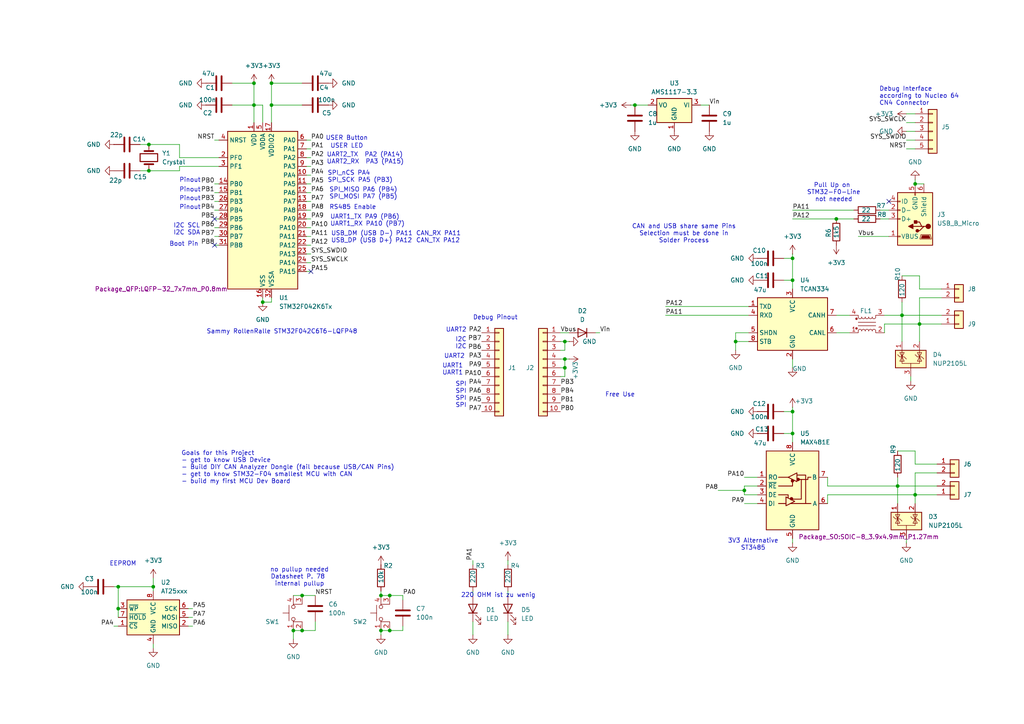
<source format=kicad_sch>
(kicad_sch (version 20231120) (generator "eeschema") (generator_version "8.0")
  (paper "A4")
  (title_block (date "2024-05-23") (rev "v.0.2"))
  (lib_symbols
    (symbol "Connector:USB_B_Micro" (pin_names (offset 1.016))
      (property "Reference" "J" (at -5.08 11.43 0))
      (property "Value" "USB_B_Micro" (at -5.08 8.89 0))
      (symbol "USB_B_Micro_1_1"
        (pin power_out line (at 7.62 5.08 180) (length 2.54) (name "VBUS") (number "1"))
        (pin bidirectional line (at 7.62 -2.54 180) (length 2.54) (name "D-") (number "2"))
        (pin bidirectional line (at 7.62 0 180) (length 2.54) (name "D+") (number "3"))
        (pin passive line (at 7.62 -5.08 180) (length 2.54) (name "ID") (number "4"))
        (pin power_out line (at 0 -10.16 90) (length 2.54) (name "GND") (number "5"))
        (pin passive line (at -2.54 -10.16 90) (length 2.54) (name "Shield") (number "6"))
      )
    )
    (symbol "Connector_Generic:Conn_01x02" (pin_names (offset 1.016) hide)
      (property "Reference" "J" (at 0 2.54 0))
      (property "Value" "Conn_01x02" (at 0 -5.08 0))
      (symbol "Conn_01x02_1_1"
        (pin passive line (at -5.08 0 0) (length 3.81) (name "Pin_1") (number "1"))
        (pin passive line (at -5.08 -2.54 0) (length 3.81) (name "Pin_2") (number "2"))
      )
    )
    (symbol "Connector_Generic:Conn_01x05" (pin_names (offset 1.016) hide)
      (property "Reference" "J" (at 0 7.62 0))
      (property "Value" "Conn_01x05" (at 0 -7.62 0))
      (symbol "Conn_01x05_1_1"
        (pin passive line (at -5.08 5.08 0) (length 3.81) (name "Pin_1") (number "1"))
        (pin passive line (at -5.08 2.54 0) (length 3.81) (name "Pin_2") (number "2"))
        (pin passive line (at -5.08 0 0) (length 3.81) (name "Pin_3") (number "3"))
        (pin passive line (at -5.08 -2.54 0) (length 3.81) (name "Pin_4") (number "4"))
        (pin passive line (at -5.08 -5.08 0) (length 3.81) (name "Pin_5") (number "5"))
      )
    )
    (symbol "Connector_Generic:Conn_01x10" (pin_names (offset 1.016) hide)
      (property "Reference" "J" (at 0 12.7 0))
      (property "Value" "Conn_01x10" (at 0 -15.24 0))
      (symbol "Conn_01x10_1_1"
        (pin passive line (at -5.08 10.16 0) (length 3.81) (name "Pin_1") (number "1"))
        (pin passive line (at -5.08 -12.7 0) (length 3.81) (name "Pin_10") (number "10"))
        (pin passive line (at -5.08 7.62 0) (length 3.81) (name "Pin_2") (number "2"))
        (pin passive line (at -5.08 5.08 0) (length 3.81) (name "Pin_3") (number "3"))
        (pin passive line (at -5.08 2.54 0) (length 3.81) (name "Pin_4") (number "4"))
        (pin passive line (at -5.08 0 0) (length 3.81) (name "Pin_5") (number "5"))
        (pin passive line (at -5.08 -2.54 0) (length 3.81) (name "Pin_6") (number "6"))
        (pin passive line (at -5.08 -5.08 0) (length 3.81) (name "Pin_7") (number "7"))
        (pin passive line (at -5.08 -7.62 0) (length 3.81) (name "Pin_8") (number "8"))
        (pin passive line (at -5.08 -10.16 0) (length 3.81) (name "Pin_9") (number "9"))
      )
    )
    (symbol "Device:C" (pin_numbers hide) (pin_names (offset 0.254))
      (property "Reference" "C" (at 0.635 2.54 0))
      (property "Value" "C" (at 0.635 -2.54 0))
      (symbol "C_1_1"
        (pin passive line (at 0 3.81 270) (length 2.794) (name "~") (number "1"))
        (pin passive line (at 0 -3.81 90) (length 2.794) (name "~") (number "2"))
      )
    )
    (symbol "Device:Crystal" (pin_numbers hide) (pin_names (offset 1.016) hide)
      (property "Reference" "Y" (at 0 3.81 0))
      (property "Value" "Crystal" (at 0 -3.81 0))
      (symbol "Crystal_1_1"
        (pin passive line (at -3.81 0 0) (length 1.27) (name "1") (number "1"))
        (pin passive line (at 3.81 0 180) (length 1.27) (name "2") (number "2"))
      )
    )
    (symbol "Device:D" (pin_numbers hide) (pin_names (offset 1.016) hide)
      (property "Reference" "D" (at 0 2.54 0))
      (property "Value" "D" (at 0 -2.54 0))
      (symbol "D_1_1"
        (pin passive line (at -3.81 0 0) (length 2.54) (name "K") (number "1"))
        (pin passive line (at 3.81 0 180) (length 2.54) (name "A") (number "2"))
      )
    )
    (symbol "Device:LED" (pin_numbers hide) (pin_names (offset 1.016) hide)
      (property "Reference" "D" (at 0 2.54 0))
      (property "Value" "LED" (at 0 -2.54 0))
      (symbol "LED_1_1"
        (pin passive line (at -3.81 0 0) (length 2.54) (name "K") (number "1"))
        (pin passive line (at 3.81 0 180) (length 2.54) (name "A") (number "2"))
      )
    )
    (symbol "Device:R" (pin_numbers hide) (pin_names (offset 0))
      (property "Reference" "R" (at 2.032 0 90))
      (property "Value" "R" (at 0 0 90))
      (symbol "R_1_1"
        (pin passive line (at 0 3.81 270) (length 1.27) (name "~") (number "1"))
        (pin passive line (at 0 -3.81 90) (length 1.27) (name "~") (number "2"))
      )
    )
    (symbol "Interface_CAN_LIN:TCAN334"
      (property "Reference" "U" (at -10.16 8.89 0))
      (property "Value" "TCAN334" (at 2.54 8.89 0))
      (symbol "TCAN334_1_1"
        (pin input line (at -12.7 5.08 0) (length 2.54) (name "TXD") (number "1"))
        (pin power_in line (at 0 -10.16 90) (length 2.54) (name "GND") (number "2"))
        (pin power_in line (at 0 10.16 270) (length 2.54) (name "VCC") (number "3"))
        (pin tri_state line (at -12.7 2.54 0) (length 2.54) (name "RXD") (number "4"))
        (pin input line (at -12.7 -2.54 0) (length 2.54) (name "SHDN") (number "5"))
        (pin bidirectional line (at 12.7 -2.54 180) (length 2.54) (name "CANL") (number "6"))
        (pin bidirectional line (at 12.7 2.54 180) (length 2.54) (name "CANH") (number "7"))
        (pin input line (at -12.7 -5.08 0) (length 2.54) (name "STB") (number "8"))
      )
    )
    (symbol "Interface_UART:MAX481E"
      (property "Reference" "U" (at -6.096 11.43 0))
      (property "Value" "MAX481E" (at 0.762 11.43 0))
      (symbol "MAX481E_1_1"
        (pin output line (at -10.16 2.54 0) (length 2.54) (name "RO") (number "1"))
        (pin input line (at -10.16 0 0) (length 2.54) (name "~{RE}") (number "2"))
        (pin input line (at -10.16 -2.54 0) (length 2.54) (name "DE") (number "3"))
        (pin input line (at -10.16 -5.08 0) (length 2.54) (name "DI") (number "4"))
        (pin power_in line (at 0 -15.24 90) (length 2.54) (name "GND") (number "5"))
        (pin bidirectional line (at 10.16 -5.08 180) (length 2.54) (name "A") (number "6"))
        (pin bidirectional line (at 10.16 2.54 180) (length 2.54) (name "B") (number "7"))
        (pin power_in line (at 0 12.7 270) (length 2.54) (name "VCC") (number "8"))
      )
    )
    (symbol "LWMB_footprints:Filter_CAN_Choke_LL_1234" (pin_names hide)
      (property "Reference" "FL" (at 0 4.445 0))
      (property "Value" "Filter_CAN_Choke_LL_1234" (at 0 -4.445 0))
      (property "Footprint" "LMWB_footprints:L_CommonModeChoke_CAN" (at 0 -6.35 0))
      (symbol "Filter_CAN_Choke_LL_1234_1_1"
        (pin passive line (at -5.08 -2.54 0) (length 2.54) (name "1") (number "1"))
        (pin passive line (at 5.08 -2.54 180) (length 2.54) (name "2") (number "2"))
        (pin passive line (at 5.08 2.54 180) (length 2.54) (name "3") (number "3"))
        (pin passive line (at -5.08 2.54 0) (length 2.54) (name "4") (number "4"))
      )
    )
    (symbol "MCU_ST_STM32F0:STM32F042K6Tx"
      (property "Reference" "U" (at -10.16 24.13 0))
      (property "Value" "STM32F042K6Tx" (at 5.08 24.13 0))
      (symbol "STM32F042K6Tx_1_1"
        (pin power_in line (at -2.54 25.4 270) (length 2.54) (name "VDD") (number "1"))
        (pin bidirectional line (at 12.7 10.16 180) (length 2.54) (name "PA4") (number "10"))
        (pin bidirectional line (at 12.7 7.62 180) (length 2.54) (name "PA5") (number "11"))
        (pin bidirectional line (at 12.7 5.08 180) (length 2.54) (name "PA6") (number "12"))
        (pin bidirectional line (at 12.7 2.54 180) (length 2.54) (name "PA7") (number "13"))
        (pin bidirectional line (at -12.7 7.62 0) (length 2.54) (name "PB0") (number "14"))
        (pin bidirectional line (at -12.7 5.08 0) (length 2.54) (name "PB1") (number "15"))
        (pin power_in line (at 0 -25.4 90) (length 2.54) (name "VSS") (number "16"))
        (pin power_in line (at 2.54 25.4 270) (length 2.54) (name "VDDIO2") (number "17"))
        (pin bidirectional line (at 12.7 0 180) (length 2.54) (name "PA8") (number "18"))
        (pin bidirectional line (at 12.7 -2.54 180) (length 2.54) (name "PA9") (number "19"))
        (pin bidirectional line (at -12.7 15.24 0) (length 2.54) (name "PF0") (number "2"))
        (pin bidirectional line (at 12.7 -5.08 180) (length 2.54) (name "PA10") (number "20"))
        (pin bidirectional line (at 12.7 -7.62 180) (length 2.54) (name "PA11") (number "21"))
        (pin bidirectional line (at 12.7 -10.16 180) (length 2.54) (name "PA12") (number "22"))
        (pin bidirectional line (at 12.7 -12.7 180) (length 2.54) (name "PA13") (number "23"))
        (pin bidirectional line (at 12.7 -15.24 180) (length 2.54) (name "PA14") (number "24"))
        (pin bidirectional line (at 12.7 -17.78 180) (length 2.54) (name "PA15") (number "25"))
        (pin bidirectional line (at -12.7 2.54 0) (length 2.54) (name "PB3") (number "26"))
        (pin bidirectional line (at -12.7 0 0) (length 2.54) (name "PB4") (number "27"))
        (pin bidirectional line (at -12.7 -2.54 0) (length 2.54) (name "PB5") (number "28"))
        (pin bidirectional line (at -12.7 -5.08 0) (length 2.54) (name "PB6") (number "29"))
        (pin bidirectional line (at -12.7 12.7 0) (length 2.54) (name "PF1") (number "3"))
        (pin bidirectional line (at -12.7 -7.62 0) (length 2.54) (name "PB7") (number "30"))
        (pin bidirectional line (at -12.7 -10.16 0) (length 2.54) (name "PB8") (number "31"))
        (pin power_in line (at 2.54 -25.4 90) (length 2.54) (name "VSSA") (number "32"))
        (pin input line (at -12.7 20.32 0) (length 2.54) (name "NRST") (number "4"))
        (pin power_in line (at 0 25.4 270) (length 2.54) (name "VDDA") (number "5"))
        (pin bidirectional line (at 12.7 20.32 180) (length 2.54) (name "PA0") (number "6"))
        (pin bidirectional line (at 12.7 17.78 180) (length 2.54) (name "PA1") (number "7"))
        (pin bidirectional line (at 12.7 15.24 180) (length 2.54) (name "PA2") (number "8"))
        (pin bidirectional line (at 12.7 12.7 180) (length 2.54) (name "PA3") (number "9"))
      )
    )
    (symbol "Memory_EEPROM:AT25xxx"
      (property "Reference" "U" (at -7.62 6.35 0))
      (property "Value" "AT25xxx" (at 2.54 -6.35 0))
      (symbol "AT25xxx_1_1"
        (pin input line (at -10.16 -2.54 0) (length 2.54) (name "~{CS}") (number "1"))
        (pin tri_state line (at 10.16 -2.54 180) (length 2.54) (name "MISO") (number "2"))
        (pin input line (at -10.16 2.54 0) (length 2.54) (name "~{WP}") (number "3"))
        (pin power_in line (at 0 -7.62 90) (length 2.54) (name "GND") (number "4"))
        (pin input line (at 10.16 0 180) (length 2.54) (name "MOSI") (number "5"))
        (pin input line (at 10.16 2.54 180) (length 2.54) (name "SCK") (number "6"))
        (pin input line (at -10.16 0 0) (length 2.54) (name "~{HOLD}") (number "7"))
        (pin power_in line (at 0 7.62 270) (length 2.54) (name "VCC") (number "8"))
      )
    )
    (symbol "Power_Protection:NUP2105L" (pin_names hide)
      (property "Reference" "D" (at 5.715 2.54 0))
      (property "Value" "NUP2105L" (at 5.715 0.635 0))
      (symbol "NUP2105L_0_0"
        (pin passive line (at 0 -5.08 90) (length 2.54) (name "A") (number "3"))
      )
      (symbol "NUP2105L_1_1"
        (pin passive line (at -2.54 5.08 270) (length 2.54) (name "K") (number "1"))
        (pin passive line (at 2.54 5.08 270) (length 2.54) (name "K") (number "2"))
      )
    )
    (symbol "Regulator_Linear:AMS1117-3.3"
      (property "Reference" "U" (at -3.81 3.175 0))
      (property "Value" "AMS1117-3.3" (at 0 3.175 0))
      (symbol "AMS1117-3.3_1_1"
        (pin power_in line (at 0 -7.62 90) (length 2.54) (name "GND") (number "1"))
        (pin power_out line (at 7.62 0 180) (length 2.54) (name "VO") (number "2"))
        (pin power_in line (at -7.62 0 0) (length 2.54) (name "VI") (number "3"))
      )
    )
    (symbol "Switch:SW_MEC_5E" (pin_names (offset 1.016) hide)
      (property "Reference" "SW" (at 0.635 5.715 0))
      (property "Value" "SW_MEC_5E" (at 0 -3.175 0))
      (symbol "SW_MEC_5E_0_1"
        (pin passive line (at -5.08 2.54 0) (length 2.54) (name "1") (number "1"))
        (pin passive line (at -5.08 0 0) (length 2.54) (name "2") (number "2"))
        (pin passive line (at 5.08 0 180) (length 2.54) (name "K") (number "3"))
        (pin passive line (at 5.08 2.54 180) (length 2.54) (name "A") (number "4"))
      )
    )
    (symbol "power:+3V3" (power) (pin_numbers hide) (pin_names (offset 0) hide)
      (property "Value" "+3V3" (at 0 3.556 0))
      (symbol "+3V3_1_1"
        (pin power_in line (at 0 0 90) (length 0) (name "~") (number "1"))
      )
    )
    (symbol "power:GND" (power) (pin_numbers hide) (pin_names (offset 0) hide)
      (property "Value" "GND" (at 0 -3.81 0))
      (symbol "GND_1_1"
        (pin power_in line (at 0 0 270) (length 0) (name "~") (number "1"))
      )
    )
  )
  (junction (at 87.63 182.88))
  (junction (at 163.83 106.68))
  (junction (at 265.43 53.34))
  (junction (at 44.45 170.18))
  (junction (at 213.36 99.06))
  (junction (at 43.18 41.91))
  (junction (at 78.74 24.13))
  (junction (at 215.9 142.24))
  (junction (at 110.49 172.72))
  (junction (at 34.29 176.53))
  (junction (at 43.18 49.53))
  (junction (at 85.09 182.88))
  (junction (at 242.57 63.5))
  (junction (at 184.15 30.48))
  (junction (at 113.03 172.72))
  (junction (at 229.87 74.93))
  (junction (at 261.62 91.44))
  (junction (at 113.03 182.88))
  (junction (at 73.66 24.13))
  (junction (at 163.83 99.06))
  (junction (at 76.2 87.63))
  (junction (at 229.87 119.38))
  (junction (at 87.63 172.72))
  (junction (at 260.35 140.97))
  (junction (at 163.83 104.14))
  (junction (at 266.7 93.98))
  (junction (at 73.66 30.48))
  (junction (at 265.43 143.51))
  (junction (at 229.87 125.73))
  (junction (at 34.29 170.18))
  (junction (at 78.74 30.48))
  (junction (at 229.87 81.28))
  (junction (at 110.49 182.88))
  (no_connect (at 62.23 71.12))
  (no_connect (at 62.23 63.5))
  (no_connect (at 90.17 78.74))
  (no_connect (at 257.81 58.42))
  (wire (pts (xy 162.56 106.68) (xy 163.83 106.68)))
  (wire (pts (xy 116.84 173.99) (xy 116.84 172.72)))
  (wire (pts (xy 90.17 55.88) (xy 88.9 55.88)))
  (wire (pts (xy 173.99 96.52) (xy 172.72 96.52)))
  (wire (pts (xy 215.9 142.24) (xy 215.9 143.51)))
  (wire (pts (xy 78.74 30.48) (xy 78.74 35.56)))
  (wire (pts (xy 271.78 140.97) (xy 260.35 140.97)))
  (wire (pts (xy 265.43 134.62) (xy 271.78 134.62)))
  (wire (pts (xy 34.29 170.18) (xy 44.45 170.18)))
  (wire (pts (xy 40.64 41.91) (xy 43.18 41.91)))
  (wire (pts (xy 90.17 50.8) (xy 88.9 50.8)))
  (wire (pts (xy 62.23 68.58) (xy 63.5 68.58)))
  (wire (pts (xy 215.9 146.05) (xy 219.71 146.05)))
  (wire (pts (xy 147.32 180.34) (xy 147.32 184.15)))
  (wire (pts (xy 90.17 63.5) (xy 88.9 63.5)))
  (wire (pts (xy 52.07 48.26) (xy 52.07 49.53)))
  (wire (pts (xy 165.1 99.06) (xy 163.83 99.06)))
  (wire (pts (xy 265.43 137.16) (xy 265.43 143.51)))
  (wire (pts (xy 85.09 172.72) (xy 87.63 172.72)))
  (wire (pts (xy 229.87 157.48) (xy 229.87 156.21)))
  (wire (pts (xy 110.49 184.15) (xy 110.49 182.88)))
  (wire (pts (xy 78.74 86.36) (xy 78.74 87.63)))
  (wire (pts (xy 52.07 45.72) (xy 52.07 41.91)))
  (wire (pts (xy 91.44 182.88) (xy 91.44 180.34)))
  (wire (pts (xy 76.2 30.48) (xy 73.66 30.48)))
  (wire (pts (xy 55.88 179.07) (xy 54.61 179.07)))
  (wire (pts (xy 137.16 171.45) (xy 137.16 172.72)))
  (wire (pts (xy 246.38 91.44) (xy 242.57 91.44)))
  (wire (pts (xy 76.2 87.63) (xy 76.2 86.36)))
  (wire (pts (xy 73.66 24.13) (xy 73.66 30.48)))
  (wire (pts (xy 193.04 91.44) (xy 217.17 91.44)))
  (wire (pts (xy 162.56 109.22) (xy 163.83 109.22)))
  (wire (pts (xy 260.35 140.97) (xy 240.03 140.97)))
  (wire (pts (xy 90.17 66.04) (xy 88.9 66.04)))
  (wire (pts (xy 62.23 66.04) (xy 63.5 66.04)))
  (wire (pts (xy 229.87 74.93) (xy 229.87 81.28)))
  (wire (pts (xy 227.33 119.38) (xy 229.87 119.38)))
  (wire (pts (xy 90.17 60.96) (xy 88.9 60.96)))
  (wire (pts (xy 203.2 30.48) (xy 205.74 30.48)))
  (wire (pts (xy 261.62 80.01) (xy 266.7 80.01)))
  (wire (pts (xy 266.7 83.82) (xy 273.05 83.82)))
  (wire (pts (xy 137.16 180.34) (xy 137.16 184.15)))
  (wire (pts (xy 85.09 182.88) (xy 87.63 182.88)))
  (wire (pts (xy 113.03 182.88) (xy 116.84 182.88)))
  (wire (pts (xy 44.45 170.18) (xy 44.45 171.45)))
  (wire (pts (xy 229.87 119.38) (xy 229.87 125.73)))
  (wire (pts (xy 90.17 78.74) (xy 88.9 78.74)))
  (wire (pts (xy 229.87 60.96) (xy 247.65 60.96)))
  (wire (pts (xy 213.36 96.52) (xy 213.36 99.06)))
  (wire (pts (xy 62.23 63.5) (xy 63.5 63.5)))
  (wire (pts (xy 262.89 40.64) (xy 265.43 40.64)))
  (wire (pts (xy 110.49 182.88) (xy 113.03 182.88)))
  (wire (pts (xy 193.04 88.9) (xy 217.17 88.9)))
  (wire (pts (xy 215.9 140.97) (xy 215.9 142.24)))
  (wire (pts (xy 163.83 101.6) (xy 163.83 99.06)))
  (wire (pts (xy 266.7 93.98) (xy 266.7 99.06)))
  (wire (pts (xy 266.7 80.01) (xy 266.7 83.82)))
  (wire (pts (xy 137.16 162.56) (xy 137.16 163.83)))
  (wire (pts (xy 271.78 143.51) (xy 265.43 143.51)))
  (wire (pts (xy 34.29 170.18) (xy 34.29 176.53)))
  (wire (pts (xy 265.43 52.07) (xy 265.43 53.34)))
  (wire (pts (xy 217.17 99.06) (xy 213.36 99.06)))
  (wire (pts (xy 87.63 172.72) (xy 91.44 172.72)))
  (wire (pts (xy 90.17 73.66) (xy 88.9 73.66)))
  (wire (pts (xy 184.15 30.48) (xy 187.96 30.48)))
  (wire (pts (xy 67.31 30.48) (xy 73.66 30.48)))
  (wire (pts (xy 110.49 171.45) (xy 110.49 172.72)))
  (wire (pts (xy 271.78 137.16) (xy 265.43 137.16)))
  (wire (pts (xy 265.43 143.51) (xy 265.43 146.05)))
  (wire (pts (xy 229.87 125.73) (xy 229.87 128.27)))
  (wire (pts (xy 85.09 182.88) (xy 85.09 185.42)))
  (wire (pts (xy 246.38 96.52) (xy 242.57 96.52)))
  (wire (pts (xy 78.74 24.13) (xy 78.74 30.48)))
  (wire (pts (xy 219.71 140.97) (xy 215.9 140.97)))
  (wire (pts (xy 208.28 142.24) (xy 215.9 142.24)))
  (wire (pts (xy 242.57 63.5) (xy 247.65 63.5)))
  (wire (pts (xy 256.54 93.98) (xy 256.54 96.52)))
  (wire (pts (xy 229.87 73.66) (xy 229.87 74.93)))
  (wire (pts (xy 78.74 30.48) (xy 87.63 30.48)))
  (wire (pts (xy 265.43 130.81) (xy 265.43 134.62)))
  (wire (pts (xy 260.35 130.81) (xy 265.43 130.81)))
  (wire (pts (xy 266.7 86.36) (xy 266.7 93.98)))
  (wire (pts (xy 273.05 86.36) (xy 266.7 86.36)))
  (wire (pts (xy 265.43 53.34) (xy 267.97 53.34)))
  (wire (pts (xy 260.35 140.97) (xy 260.35 146.05)))
  (wire (pts (xy 255.27 63.5) (xy 257.81 63.5)))
  (wire (pts (xy 90.17 58.42) (xy 88.9 58.42)))
  (wire (pts (xy 262.89 43.18) (xy 265.43 43.18)))
  (wire (pts (xy 110.49 172.72) (xy 113.03 172.72)))
  (wire (pts (xy 266.7 93.98) (xy 273.05 93.98)))
  (wire (pts (xy 163.83 99.06) (xy 162.56 99.06)))
  (wire (pts (xy 62.23 40.64) (xy 63.5 40.64)))
  (wire (pts (xy 255.27 60.96) (xy 257.81 60.96)))
  (wire (pts (xy 62.23 58.42) (xy 63.5 58.42)))
  (wire (pts (xy 182.88 30.48) (xy 184.15 30.48)))
  (wire (pts (xy 67.31 24.13) (xy 73.66 24.13)))
  (wire (pts (xy 256.54 93.98) (xy 266.7 93.98)))
  (wire (pts (xy 162.56 101.6) (xy 163.83 101.6)))
  (wire (pts (xy 240.03 143.51) (xy 240.03 146.05)))
  (wire (pts (xy 87.63 182.88) (xy 91.44 182.88)))
  (wire (pts (xy 90.17 45.72) (xy 88.9 45.72)))
  (wire (pts (xy 262.89 35.56) (xy 265.43 35.56)))
  (wire (pts (xy 262.89 38.1) (xy 265.43 38.1)))
  (wire (pts (xy 33.02 181.61) (xy 34.29 181.61)))
  (wire (pts (xy 52.07 45.72) (xy 63.5 45.72)))
  (wire (pts (xy 229.87 63.5) (xy 242.57 63.5)))
  (wire (pts (xy 248.92 68.58) (xy 257.81 68.58)))
  (wire (pts (xy 261.62 87.63) (xy 261.62 91.44)))
  (wire (pts (xy 229.87 118.11) (xy 229.87 119.38)))
  (wire (pts (xy 52.07 49.53) (xy 43.18 49.53)))
  (wire (pts (xy 227.33 81.28) (xy 229.87 81.28)))
  (wire (pts (xy 44.45 187.96) (xy 44.45 186.69)))
  (wire (pts (xy 273.05 91.44) (xy 261.62 91.44)))
  (wire (pts (xy 90.17 40.64) (xy 88.9 40.64)))
  (wire (pts (xy 34.29 176.53) (xy 34.29 179.07)))
  (wire (pts (xy 215.9 138.43) (xy 219.71 138.43)))
  (wire (pts (xy 90.17 53.34) (xy 88.9 53.34)))
  (wire (pts (xy 90.17 71.12) (xy 88.9 71.12)))
  (wire (pts (xy 163.83 109.22) (xy 163.83 106.68)))
  (wire (pts (xy 256.54 91.44) (xy 261.62 91.44)))
  (wire (pts (xy 90.17 68.58) (xy 88.9 68.58)))
  (wire (pts (xy 116.84 182.88) (xy 116.84 181.61)))
  (wire (pts (xy 33.02 170.18) (xy 34.29 170.18)))
  (wire (pts (xy 90.17 43.18) (xy 88.9 43.18)))
  (wire (pts (xy 78.74 24.13) (xy 87.63 24.13)))
  (wire (pts (xy 62.23 55.88) (xy 63.5 55.88)))
  (wire (pts (xy 229.87 81.28) (xy 229.87 83.82)))
  (wire (pts (xy 165.1 96.52) (xy 162.56 96.52)))
  (wire (pts (xy 163.83 104.14) (xy 162.56 104.14)))
  (wire (pts (xy 265.43 143.51) (xy 240.03 143.51)))
  (wire (pts (xy 147.32 171.45) (xy 147.32 172.72)))
  (wire (pts (xy 90.17 76.2) (xy 88.9 76.2)))
  (wire (pts (xy 116.84 172.72) (xy 113.03 172.72)))
  (wire (pts (xy 55.88 181.61) (xy 54.61 181.61)))
  (wire (pts (xy 52.07 48.26) (xy 63.5 48.26)))
  (wire (pts (xy 213.36 99.06) (xy 213.36 101.6)))
  (wire (pts (xy 73.66 30.48) (xy 73.66 35.56)))
  (wire (pts (xy 217.17 96.52) (xy 213.36 96.52)))
  (wire (pts (xy 40.64 49.53) (xy 43.18 49.53)))
  (wire (pts (xy 227.33 74.93) (xy 229.87 74.93)))
  (wire (pts (xy 163.83 106.68) (xy 163.83 104.14)))
  (wire (pts (xy 165.1 104.14) (xy 163.83 104.14)))
  (wire (pts (xy 264.16 110.49) (xy 264.16 109.22)))
  (wire (pts (xy 55.88 176.53) (xy 54.61 176.53)))
  (wire (pts (xy 76.2 35.56) (xy 76.2 30.48)))
  (wire (pts (xy 78.74 87.63) (xy 76.2 87.63)))
  (wire (pts (xy 62.23 71.12) (xy 63.5 71.12)))
  (wire (pts (xy 90.17 48.26) (xy 88.9 48.26)))
  (wire (pts (xy 215.9 143.51) (xy 219.71 143.51)))
  (wire (pts (xy 260.35 138.43) (xy 260.35 140.97)))
  (wire (pts (xy 62.23 60.96) (xy 63.5 60.96)))
  (wire (pts (xy 147.32 162.56) (xy 147.32 163.83)))
  (wire (pts (xy 62.23 53.34) (xy 63.5 53.34)))
  (wire (pts (xy 261.62 91.44) (xy 261.62 99.06)))
  (wire (pts (xy 240.03 138.43) (xy 240.03 140.97)))
  (wire (pts (xy 229.87 106.68) (xy 229.87 104.14)))
  (wire (pts (xy 52.07 41.91) (xy 43.18 41.91)))
  (wire (pts (xy 262.89 157.48) (xy 262.89 156.21)))
  (wire (pts (xy 227.33 125.73) (xy 229.87 125.73)))
  (wire (pts (xy 44.45 167.64) (xy 44.45 170.18)))
  (wire (pts (xy 262.89 33.02) (xy 265.43 33.02)))
  (text "RS485 Enable" (at 95.504 60.198 0) (effects (font (size 1.27 1.27)) (justify left)))
  (text "Goals for this Project\n- get to know USB Device\n- Build DIY CAN Analyzer Dongle (fail because USB/CAN Pins)\n- get to know STM32-F04 smallest MCU with CAN\n- build my first MCU Dev Board" (at 52.578 135.636 0) (effects (font (size 1.27 1.27)) (justify left)))
  (text "Free Use" (at 175.514 114.554 0) (effects (font (size 1.27 1.27)) (justify left)))
  (text "SPI\nSPI\nSPI\nSPI" (at 132.08 114.554 0) (effects (font (size 1.27 1.27)) (justify left)))
  (text "Pinout" (at 55.118 52.324 0) (effects (font (size 1.27 1.27))))
  (text "USB_DM (USB D-) PA11\nUSB_DP (USB D+) PA12" (at 96.012 68.834 0) (effects (font (size 1.27 1.27)) (justify left)))
  (text "Sammy RollenRalle STM32F042C6T6-LQFP48" (at 81.788 96.266 0) (effects (font (size 1.27 1.27))))
  (text "USER LED" (at 100.584 42.418 0) (effects (font (size 1.27 1.27))))
  (text "Pinout" (at 55.118 57.658 0) (effects (font (size 1.27 1.27))))
  (text "USER Button" (at 100.584 40.132 0) (effects (font (size 1.27 1.27))))
  (text "3V3 Alternative\nST3485\n" (at 218.44 157.988 0) (effects (font (size 1.27 1.27))))
  (text "I2C\nI2C" (at 132.08 99.568 0) (effects (font (size 1.27 1.27)) (justify left)))
  (text "Pinout" (at 55.118 60.198 0) (effects (font (size 1.27 1.27))))
  (text "Boot Pin" (at 53.34 70.866 0) (effects (font (size 1.27 1.27))))
  (text "I2C SCL\nI2C SDA" (at 50.292 66.548 0) (effects (font (size 1.27 1.27)) (justify left)))
  (text "Debug Pinout" (at 137.16 92.202 0) (effects (font (size 1.27 1.27)) (justify left)))
  (text "UART1\nUART1" (at 128.27 107.188 0) (effects (font (size 1.27 1.27)) (justify left)))
  (text "UART1_TX PA9 (PB6)\nUART1_RX PA10 (PB7)" (at 95.758 64.008 0) (effects (font (size 1.27 1.27)) (justify left)))
  (text "SPI_MISO PA6 (PB4)\nSPI_MOSI PA7 (PB5)" (at 95.504 56.134 0) (effects (font (size 1.27 1.27)) (justify left)))
  (text "UART2_TX  PA2 (PA14)\nUART2_RX  PA3 (PA15)" (at 94.742 45.974 0) (effects (font (size 1.27 1.27)) (justify left)))
  (text "UART2" (at 129.286 95.758 0) (effects (font (size 1.27 1.27)) (justify left)))
  (text "220 OHM ist zu wenig" (at 144.526 172.72 0) (effects (font (size 1.27 1.27))))
  (text "EEPROM" (at 31.75 163.576 0) (effects (font (size 1.27 1.27)) (justify left)))
  (text "CAN and USB share same Pins\nSelection must be done in\nSolder Process" (at 198.374 67.818 0) (effects (font (size 1.27 1.27))))
  (text "CAN_RX PA11\nCAN_TX PA12" (at 120.65 68.834 0) (effects (font (size 1.27 1.27)) (justify left)))
  (text "Pinout" (at 55.118 55.118 0) (effects (font (size 1.27 1.27))))
  (text "Debug Interface\naccording to Nucleo 64\nCN4 Connector" (at 255.016 27.94 0) (effects (font (size 1.27 1.27)) (justify left)))
  (text "no pullup needed\nDatasheet P. 78 \ninternal pullup" (at 86.868 167.386 0) (effects (font (size 1.27 1.27))))
  (text "Pull Up on \nSTM32-F0-Line\nnot needed" (at 241.808 55.88 0) (effects (font (size 1.27 1.27))))
  (text "UART2" (at 128.778 103.378 0) (effects (font (size 1.27 1.27)) (justify left)))
  (text "SPI_nCS PA4\nSPI_SCK PA5 (PB3)" (at 94.996 51.308 0) (effects (font (size 1.27 1.27)) (justify left)))
  (label "PA7" (at 139.7 119.38 180))
  (label "NRST" (at 91.44 172.72 0))
  (label "Vbus" (at 162.56 96.52 0))
  (label "NRST" (at 62.23 40.64 180))
  (label "PB5" (at 62.23 63.5 180))
  (label "PB4" (at 162.56 114.3 0))
  (label "NRST" (at 262.89 43.18 180))
  (label "PB7" (at 139.7 99.06 180))
  (label "PA2" (at 139.7 96.52 180))
  (label "PA10" (at 139.7 109.22 180))
  (label "PB7" (at 62.23 68.58 180))
  (label "PA9" (at 90.17 63.5 0))
  (label "PA2" (at 90.17 45.72 0))
  (label "PB4" (at 62.23 60.96 180))
  (label "PA6" (at 90.17 55.88 0))
  (label "PB6" (at 139.7 101.6 180))
  (label "PB8" (at 62.23 71.12 180))
  (label "PA0" (at 116.84 172.72 0))
  (label "PA15" (at 90.17 78.74 0))
  (label "PA12" (at 90.17 71.12 0))
  (label "PB1" (at 62.23 55.88 180))
  (label "PA11" (at 193.04 91.44 0))
  (label "PA0" (at 90.17 40.64 0))
  (label "Vin" (at 205.74 30.48 0))
  (label "PA4" (at 139.7 111.76 180))
  (label "PA1" (at 137.16 162.56 90))
  (label "PA8" (at 208.28 142.24 180))
  (label "PA4" (at 90.17 50.8 0))
  (label "PA4" (at 33.02 181.61 180))
  (label "SYS_SWCLK" (at 90.17 76.2 0))
  (label "PA10" (at 215.9 138.43 180))
  (label "PA12" (at 229.87 63.5 0))
  (label "PB0" (at 62.23 53.34 180))
  (label "SYS_SWCLK" (at 262.89 35.56 180))
  (label "PA3" (at 139.7 104.14 180))
  (label "SYS_SWDIO" (at 90.17 73.66 0))
  (label "SYS_SWDIO" (at 262.89 40.64 180))
  (label "PA5" (at 55.88 176.53 0))
  (label "PA10" (at 90.17 66.04 0))
  (label "Vbus" (at 248.92 68.58 0))
  (label "PA7" (at 90.17 58.42 0))
  (label "PA6" (at 139.7 114.3 180))
  (label "PA7" (at 55.88 179.07 0))
  (label "PA9" (at 215.9 146.05 180))
  (label "PB1" (at 162.56 116.84 0))
  (label "PA6" (at 55.88 181.61 0))
  (label "Vin" (at 173.99 96.52 0))
  (label "PB6" (at 62.23 66.04 180))
  (label "PA1" (at 90.17 43.18 0))
  (label "PB0" (at 162.56 119.38 0))
  (label "PA12" (at 193.04 88.9 0))
  (label "PA5" (at 90.17 53.34 0))
  (label "PB3" (at 162.56 111.76 0))
  (label "PA5" (at 139.7 116.84 180))
  (label "PA11" (at 90.17 68.58 0))
  (label "PA8" (at 90.17 60.96 0))
  (label "PA11" (at 229.87 60.96 0))
  (label "PB3" (at 62.23 58.42 180))
  (label "PA9" (at 139.7 106.68 180))
  (label "PA3" (at 90.17 48.26 0))
  (symbol (lib_id "Device:R") (at 260.35 134.62 0) (unit 1)
    (property "Reference" "R9" (at 259.08 130.302 90))
    (property "Value" "120" (at 260.35 134.874 90))
    (property "Footprint" "Resistor_SMD:R_1206_3216Metric" (effects (hide yes)))
    (property "Description" "Resistor" (effects (hide yes)))
  )
  (symbol (lib_id "power:GND") (at 213.36 101.6 0) (unit 1)
    (property "Reference" "#PWR024" (effects (hide yes)))
    (property "Value" "GND" (at 213.36 106.68 0))
    (property "Description" "Power symbol creates a global label with name \"GND\" , ground" (effects (hide yes)))
  )
  (symbol (lib_id "Device:R") (at 110.49 167.64 180) (unit 1)
    (property "Reference" "R2" (at 111.252 164.084 0) (effects (justify right)))
    (property "Value" "10k" (at 110.49 169.164 90) (effects (justify right)))
    (property "Footprint" "Resistor_SMD:R_1206_3216Metric" (effects (hide yes)))
    (property "Description" "Resistor" (effects (hide yes)))
  )
  (symbol (lib_id "power:GND") (at 184.15 38.1 0) (unit 1)
    (property "Reference" "#PWR021" (effects (hide yes)))
    (property "Value" "GND" (at 184.15 43.18 0))
    (property "Description" "Power symbol creates a global label with name \"GND\" , ground" (effects (hide yes)))
  )
  (symbol (lib_id "power:+3V3") (at 147.32 162.56 0) (unit 1)
    (property "Reference" "#PWR040" (effects (hide yes)))
    (property "Value" "+3V3" (at 147.32 157.48 0))
    (property "Description" "Power symbol creates a global label with name \"+3V3\"" (effects (hide yes)))
  )
  (symbol (lib_id "Switch:SW_MEC_5E") (at 87.63 177.8 90) (unit 1)
    (property "Reference" "SW1" (at 76.962 180.34 90) (effects (justify right)))
    (property "Value" "SW_MEC_5E" (effects (hide yes)))
    (property "Footprint" "LMWB_footprints:430181038816" (effects (hide yes)))
    (property "Datasheet" "http://www.apem.com/int/index.php?controller=attachment&id_attachment=1371" (effects (hide yes)))
    (property "Description" "MEC 5E single pole normally-open tactile switch" (effects (hide yes)))
  )
  (symbol (lib_id "Connector_Generic:Conn_01x10") (at 144.78 106.68 0) (unit 1)
    (property "Reference" "J1" (at 147.32 106.6799 0) (effects (justify left)))
    (property "Value" "Conn_01x10" (effects (hide yes)))
    (property "Footprint" "Connector_PinHeader_2.54mm:PinHeader_1x10_P2.54mm_Vertical" (effects (hide yes)))
    (property "Description" "Generic connector, single row, 01x10, script generated (kicad-library-utils/schlib/autogen/connector/)" (effects (hide yes)))
  )
  (symbol (lib_id "power:GND") (at 76.2 87.63 0) (unit 1)
    (property "Reference" "#PWR05" (effects (hide yes)))
    (property "Value" "GND" (at 76.2 92.71 0))
    (property "Description" "Power symbol creates a global label with name \"GND\" , ground" (effects (hide yes)))
  )
  (symbol (lib_id "Connector_Generic:Conn_01x02") (at 276.86 134.62 0) (unit 1)
    (property "Reference" "J6" (at 279.4 134.6199 0) (effects (justify left)))
    (property "Value" "Conn_01x02" (effects (hide yes)))
    (property "Footprint" "Connector_PinHeader_2.54mm:PinHeader_1x02_P2.54mm_Vertical" (effects (hide yes)))
    (property "Description" "Generic connector, single row, 01x02, script generated (kicad-library-utils/schlib/autogen/connector/)" (effects (hide yes)))
  )
  (symbol (lib_id "power:GND") (at 219.71 119.38 270) (mirror x) (unit 1)
    (property "Reference" "#PWR027" (effects (hide yes)))
    (property "Value" "GND" (at 215.9 119.3801 90) (effects (justify right)))
    (property "Description" "Power symbol creates a global label with name \"GND\" , ground" (effects (hide yes)))
  )
  (symbol (lib_id "Device:C") (at 36.83 49.53 90) (unit 1)
    (property "Reference" "C15" (at 40.64 51.308 90))
    (property "Value" "22p" (at 33.528 52.324 90))
    (property "Footprint" "Capacitor_SMD:C_1206_3216Metric" (effects (hide yes)))
    (property "Description" "Unpolarized capacitor" (effects (hide yes)))
  )
  (symbol (lib_id "Device:C") (at 223.52 81.28 90) (mirror x) (unit 1)
    (property "Reference" "C11" (at 220.98 80.01 90))
    (property "Value" "47u" (at 220.472 84.074 90))
    (property "Footprint" "Capacitor_SMD:C_1206_3216Metric" (effects (hide yes)))
    (property "Description" "Unpolarized capacitor" (effects (hide yes)))
  )
  (symbol (lib_id "Device:C") (at 205.74 34.29 0) (unit 1)
    (property "Reference" "C9" (at 209.55 33.0199 0) (effects (justify left)))
    (property "Value" "1u" (at 209.55 35.5599 0) (effects (justify left)))
    (property "Footprint" "Capacitor_SMD:C_1206_3216Metric" (effects (hide yes)))
    (property "Description" "Unpolarized capacitor" (effects (hide yes)))
  )
  (symbol (lib_id "power:GND") (at 165.1 99.06 90) (unit 1)
    (property "Reference" "#PWR017" (effects (hide yes)))
    (property "Value" "GND" (at 168.91 99.0599 90) (effects (justify right)))
    (property "Description" "Power symbol creates a global label with name \"GND\" , ground" (effects (hide yes)))
  )
  (symbol (lib_id "Power_Protection:NUP2105L") (at 264.16 104.14 0) (unit 1)
    (property "Reference" "D4" (at 270.51 102.8699 0) (effects (justify left)))
    (property "Value" "NUP2105L" (at 270.51 105.4099 0) (effects (justify left)))
    (property "Footprint" "Package_TO_SOT_SMD:SOT-23" (effects (hide yes)))
    (property "Datasheet" "http://www.onsemi.com/pub_link/Collateral/NUP2105L-D.PDF" (effects (hide yes)))
    (property "Description" "Dual Line CAN Bus Protector, 24Vrwm" (effects (hide yes)))
  )
  (symbol (lib_id "power:GND") (at 59.69 30.48 270) (unit 1)
    (property "Reference" "#PWR02" (effects (hide yes)))
    (property "Value" "GND" (at 55.88 30.4799 90) (effects (justify right)))
    (property "Description" "Power symbol creates a global label with name \"GND\" , ground" (effects (hide yes)))
  )
  (symbol (lib_id "power:GND") (at 205.74 38.1 0) (unit 1)
    (property "Reference" "#PWR023" (effects (hide yes)))
    (property "Value" "GND" (at 205.74 43.18 0))
    (property "Description" "Power symbol creates a global label with name \"GND\" , ground" (effects (hide yes)))
  )
  (symbol (lib_id "power:GND") (at 229.87 157.48 0) (unit 1)
    (property "Reference" "#PWR032" (effects (hide yes)))
    (property "Value" "GND" (at 229.87 162.56 0))
    (property "Description" "Power symbol creates a global label with name \"GND\" , ground" (effects (hide yes)))
  )
  (symbol (lib_id "power:GND") (at 147.32 184.15 0) (unit 1)
    (property "Reference" "#PWR034" (effects (hide yes)))
    (property "Value" "GND" (at 147.32 189.23 0))
    (property "Description" "Power symbol creates a global label with name \"GND\" , ground" (effects (hide yes)))
  )
  (symbol (lib_id "Connector_Generic:Conn_01x10") (at 157.48 106.68 0) (mirror y) (unit 1)
    (property "Reference" "J2" (at 154.94 106.6799 0) (effects (justify left)))
    (property "Value" "Conn_01x10" (effects (hide yes)))
    (property "Footprint" "Connector_PinHeader_2.54mm:PinHeader_1x10_P2.54mm_Vertical" (effects (hide yes)))
    (property "Description" "Generic connector, single row, 01x10, script generated (kicad-library-utils/schlib/autogen/connector/)" (effects (hide yes)))
  )
  (symbol (lib_id "power:GND") (at 219.71 81.28 270) (mirror x) (unit 1)
    (property "Reference" "#PWR026" (effects (hide yes)))
    (property "Value" "GND" (at 215.9 81.2801 90) (effects (justify right)))
    (property "Description" "Power symbol creates a global label with name \"GND\" , ground" (effects (hide yes)))
  )
  (symbol (lib_id "Device:C") (at 91.44 176.53 0) (unit 1)
    (property "Reference" "C6" (at 95.25 175.2599 0) (effects (justify left)))
    (property "Value" "100n" (at 95.25 177.7999 0) (effects (justify left)))
    (property "Footprint" "Capacitor_SMD:C_1206_3216Metric" (effects (hide yes)))
    (property "Description" "Unpolarized capacitor" (effects (hide yes)))
  )
  (symbol (lib_id "power:GND") (at 33.02 41.91 270) (unit 1)
    (property "Reference" "#PWR041" (effects (hide yes)))
    (property "Value" "GND" (at 29.21 41.9099 90) (effects (justify right)))
    (property "Description" "Power symbol creates a global label with name \"GND\" , ground" (effects (hide yes)))
  )
  (symbol (lib_id "LWMB_footprints:Filter_CAN_Choke_LL_1234") (at 251.46 93.98 0) (unit 1)
    (property "Reference" "FL1" (at 251.206 90.17 0))
    (property "Value" "Filter_CAN_Choke_LL_1234" (effects (hide yes)))
    (property "Footprint" "LMWB_footprints:WE-CNSW_1812" (effects (hide yes)))
    (property "Description" "CAN Common Mode Choker, pin-connections 1-4 and 2-3" (effects (hide yes)))
  )
  (symbol (lib_id "Device:LED") (at 137.16 176.53 90) (unit 1)
    (property "Reference" "D1" (at 140.97 176.8474 90) (effects (justify right)))
    (property "Value" "LED" (at 140.97 179.3874 90) (effects (justify right)))
    (property "Footprint" "LED_SMD:LED_1206_3216Metric" (effects (hide yes)))
    (property "Description" "Light emitting diode" (effects (hide yes)))
  )
  (symbol (lib_id "Memory_EEPROM:AT25xxx") (at 44.45 179.07 0) (unit 1)
    (property "Reference" "U2" (at 46.6441 168.91 0) (effects (justify left)))
    (property "Value" "AT25xxx" (at 46.6441 171.45 0) (effects (justify left)))
    (property "Footprint" "Package_SO:SOIC-8_3.9x4.9mm_P1.27mm" (effects (hide yes)))
    (property "Datasheet" "http://ww1.microchip.com/downloads/en/DeviceDoc/Atmel-8707-SEEPROM-AT25010B-020B-040B-Datasheet.pdf" (effects (hide yes)))
    (property "Description" "Microchip SPI Serial EEPROM, DIP-8/SOIC-8/TSSOP-8" (effects (hide yes)))
  )
  (symbol (lib_id "Device:C") (at 116.84 177.8 0) (unit 1)
    (property "Reference" "C7" (at 120.65 176.5299 0) (effects (justify left)))
    (property "Value" "100n" (at 120.65 179.0699 0) (effects (justify left)))
    (property "Footprint" "Capacitor_SMD:C_1206_3216Metric" (effects (hide yes)))
    (property "Description" "Unpolarized capacitor" (effects (hide yes)))
  )
  (symbol (lib_id "power:GND") (at 25.4 170.18 270) (mirror x) (unit 1)
    (property "Reference" "#PWR03" (effects (hide yes)))
    (property "Value" "GND" (at 21.59 170.1801 90) (effects (justify right)))
    (property "Description" "Power symbol creates a global label with name \"GND\" , ground" (effects (hide yes)))
  )
  (symbol (lib_id "power:GND") (at 262.89 38.1 270) (unit 1)
    (property "Reference" "#PWR038" (effects (hide yes)))
    (property "Value" "GND" (at 259.08 38.0999 90) (effects (justify right)))
    (property "Description" "Power symbol creates a global label with name \"GND\" , ground" (effects (hide yes)))
  )
  (symbol (lib_id "Device:R") (at 147.32 167.64 180) (unit 1)
    (property "Reference" "R4" (at 148.082 164.084 0) (effects (justify right)))
    (property "Value" "220" (at 147.32 169.164 90) (effects (justify right)))
    (property "Footprint" "Resistor_SMD:R_1206_3216Metric" (effects (hide yes)))
    (property "Description" "Resistor" (effects (hide yes)))
  )
  (symbol (lib_id "power:+3V3") (at 73.66 24.13 0) (unit 1)
    (property "Reference" "#PWR04" (effects (hide yes)))
    (property "Value" "+3V3" (at 73.66 19.05 0))
    (property "Description" "Power symbol creates a global label with name \"+3V3\"" (effects (hide yes)))
  )
  (symbol (lib_id "Switch:SW_MEC_5E") (at 113.03 177.8 90) (unit 1)
    (property "Reference" "SW2" (at 102.362 180.34 90) (effects (justify right)))
    (property "Value" "SW_MEC_5E" (effects (hide yes)))
    (property "Footprint" "LMWB_footprints:430181038816" (effects (hide yes)))
    (property "Datasheet" "http://www.apem.com/int/index.php?controller=attachment&id_attachment=1371" (effects (hide yes)))
    (property "Description" "MEC 5E single pole normally-open tactile switch" (effects (hide yes)))
  )
  (symbol (lib_id "power:GND") (at 110.49 184.15 0) (unit 1)
    (property "Reference" "#PWR015" (effects (hide yes)))
    (property "Value" "GND" (at 110.49 189.23 0))
    (property "Description" "Power symbol creates a global label with name \"GND\" , ground" (effects (hide yes)))
  )
  (symbol (lib_id "Device:D") (at 168.91 96.52 180) (unit 1)
    (property "Reference" "D2" (at 168.91 90.17 0))
    (property "Value" "D" (at 168.91 92.71 0))
    (property "Footprint" "Diode_SMD:D_1206_3216Metric" (effects (hide yes)))
    (property "Description" "Diode" (effects (hide yes)))
    (property "Sim.Device" "D" (effects (hide yes)))
    (property "Sim.Pins" "1=K 2=A" (effects (hide yes)))
  )
  (symbol (lib_id "power:+3V3") (at 182.88 30.48 90) (unit 1)
    (property "Reference" "#PWR020" (effects (hide yes)))
    (property "Value" "+3V3" (at 179.07 30.4799 90) (effects (justify left)))
    (property "Description" "Power symbol creates a global label with name \"+3V3\"" (effects (hide yes)))
  )
  (symbol (lib_id "Device:C") (at 223.52 125.73 90) (mirror x) (unit 1)
    (property "Reference" "C13" (at 220.98 124.46 90))
    (property "Value" "47u" (at 220.472 128.524 90))
    (property "Footprint" "Capacitor_SMD:C_1206_3216Metric" (effects (hide yes)))
    (property "Description" "Unpolarized capacitor" (effects (hide yes)))
  )
  (symbol (lib_id "Device:C") (at 91.44 30.48 270) (mirror x) (unit 1)
    (property "Reference" "C5" (at 94.742 32.766 90))
    (property "Value" "100n" (at 94.742 28.956 90))
    (property "Footprint" "Capacitor_SMD:C_1206_3216Metric" (effects (hide yes)))
    (property "Description" "Unpolarized capacitor" (effects (hide yes)))
  )
  (symbol (lib_id "Interface_CAN_LIN:TCAN334") (at 229.87 93.98 0) (unit 1)
    (property "Reference" "U4" (at 232.0641 81.28 0) (effects (justify left)))
    (property "Value" "TCAN334" (at 232.0641 83.82 0) (effects (justify left)))
    (property "Footprint" "Package_SO:SOIC-8_3.9x4.9mm_P1.27mm" (effects (hide yes)))
    (property "Datasheet" "http://www.ti.com/lit/ds/symlink/tcan337.pdf" (effects (hide yes)))
    (property "Description" "High-Speed CAN Transceiver, 1Mbps, 3.3V supply, low power standby mode, shutdown mode, SOT-23-8/SOIC-8" (effects (hide yes)))
  )
  (symbol (lib_id "power:GND") (at 85.09 185.42 0) (unit 1)
    (property "Reference" "#PWR012" (effects (hide yes)))
    (property "Value" "GND" (at 85.09 190.5 0))
    (property "Description" "Power symbol creates a global label with name \"GND\" , ground" (effects (hide yes)))
  )
  (symbol (lib_id "Device:C") (at 223.52 119.38 90) (mirror x) (unit 1)
    (property "Reference" "C12" (at 220.218 117.094 90))
    (property "Value" "100n" (at 220.218 120.904 90))
    (property "Footprint" "Capacitor_SMD:C_1206_3216Metric" (effects (hide yes)))
    (property "Description" "Unpolarized capacitor" (effects (hide yes)))
  )
  (symbol (lib_id "power:GND") (at 33.02 49.53 270) (unit 1)
    (property "Reference" "#PWR042" (effects (hide yes)))
    (property "Value" "GND" (at 29.21 49.5299 90) (effects (justify right)))
    (property "Description" "Power symbol creates a global label with name \"GND\" , ground" (effects (hide yes)))
  )
  (symbol (lib_id "power:GND") (at 95.25 30.48 90) (mirror x) (unit 1)
    (property "Reference" "#PWR010" (effects (hide yes)))
    (property "Value" "GND" (at 99.06 30.4799 90) (effects (justify right)))
    (property "Description" "Power symbol creates a global label with name \"GND\" , ground" (effects (hide yes)))
  )
  (symbol (lib_id "Device:C") (at 36.83 41.91 90) (unit 1)
    (property "Reference" "C14" (at 40.386 40.386 90))
    (property "Value" "22p" (at 33.782 39.116 90))
    (property "Footprint" "Capacitor_SMD:C_1206_3216Metric" (effects (hide yes)))
    (property "Description" "Unpolarized capacitor" (effects (hide yes)))
  )
  (symbol (lib_id "Device:C") (at 223.52 74.93 90) (mirror x) (unit 1)
    (property "Reference" "C10" (at 220.218 72.644 90))
    (property "Value" "100n" (at 220.218 76.454 90))
    (property "Footprint" "Capacitor_SMD:C_1206_3216Metric" (effects (hide yes)))
    (property "Description" "Unpolarized capacitor" (effects (hide yes)))
  )
  (symbol (lib_id "power:GND") (at 219.71 125.73 270) (mirror x) (unit 1)
    (property "Reference" "#PWR028" (effects (hide yes)))
    (property "Value" "GND" (at 215.9 125.7301 90) (effects (justify right)))
    (property "Description" "Power symbol creates a global label with name \"GND\" , ground" (effects (hide yes)))
  )
  (symbol (lib_id "power:GND") (at 265.43 52.07 180) (unit 1)
    (property "Reference" "#PWR039" (effects (hide yes)))
    (property "Value" "GND" (at 265.43 46.99 0))
    (property "Description" "Power symbol creates a global label with name \"GND\" , ground" (effects (hide yes)))
  )
  (symbol (lib_id "Device:R") (at 251.46 63.5 270) (unit 1)
    (property "Reference" "R8" (at 255.778 62.23 90))
    (property "Value" "22" (at 251.206 63.5 90))
    (property "Footprint" "Resistor_SMD:R_1206_3216Metric" (effects (hide yes)))
    (property "Description" "Resistor" (effects (hide yes)))
  )
  (symbol (lib_id "Device:R") (at 251.46 60.96 270) (unit 1)
    (property "Reference" "R7" (at 255.524 59.69 90))
    (property "Value" "22" (at 251.206 60.96 90))
    (property "Footprint" "Resistor_SMD:R_1206_3216Metric" (effects (hide yes)))
    (property "Description" "Resistor" (effects (hide yes)))
  )
  (symbol (lib_id "Device:C") (at 63.5 30.48 90) (unit 1)
    (property "Reference" "C2" (at 60.198 32.766 90))
    (property "Value" "100n" (at 60.198 28.956 90))
    (property "Footprint" "Capacitor_SMD:C_1206_3216Metric" (effects (hide yes)))
    (property "Description" "Unpolarized capacitor" (effects (hide yes)))
  )
  (symbol (lib_id "Regulator_Linear:AMS1117-3.3") (at 195.58 30.48 0) (mirror y) (unit 1)
    (property "Reference" "U3" (at 195.58 24.13 0))
    (property "Value" "AMS1117-3.3" (at 195.58 26.67 0))
    (property "Footprint" "Package_TO_SOT_SMD:SOT-223-3_TabPin2" (effects (hide yes)))
    (property "Datasheet" "http://www.advanced-monolithic.com/pdf/ds1117.pdf" (effects (hide yes)))
    (property "Description" "1A Low Dropout regulator, positive, 3.3V fixed output, SOT-223" (effects (hide yes)))
  )
  (symbol (lib_id "Connector_Generic:Conn_01x02") (at 278.13 83.82 0) (unit 1)
    (property "Reference" "J8" (at 280.67 83.8199 0) (effects (justify left)))
    (property "Value" "Conn_01x02" (effects (hide yes)))
    (property "Footprint" "Connector_PinHeader_2.54mm:PinHeader_1x02_P2.54mm_Vertical" (effects (hide yes)))
    (property "Description" "Generic connector, single row, 01x02, script generated (kicad-library-utils/schlib/autogen/connector/)" (effects (hide yes)))
  )
  (symbol (lib_id "power:+3V3") (at 44.45 167.64 0) (unit 1)
    (property "Reference" "#PWR07" (effects (hide yes)))
    (property "Value" "+3V3" (at 44.45 162.56 0))
    (property "Description" "Power symbol creates a global label with name \"+3V3\"" (effects (hide yes)))
  )
  (symbol (lib_id "Connector_Generic:Conn_01x02") (at 276.86 143.51 0) (mirror x) (unit 1)
    (property "Reference" "J7" (at 279.4 143.5101 0) (effects (justify left)))
    (property "Value" "Conn_01x02" (effects (hide yes)))
    (property "Footprint" "TerminalBlock_Phoenix:TerminalBlock_Phoenix_MPT-0,5-2-2.54_1x02_P2.54mm_Horizontal" (effects (hide yes)))
    (property "Description" "Generic connector, single row, 01x02, script generated (kicad-library-utils/schlib/autogen/connector/)" (effects (hide yes)))
  )
  (symbol (lib_id "Device:Crystal") (at 43.18 45.72 270) (unit 1)
    (property "Reference" "Y1" (at 46.99 44.4499 90) (effects (justify left)))
    (property "Value" "Crystal" (at 46.99 46.9899 90) (effects (justify left)))
    (property "Footprint" "Crystal:Crystal_SMD_HC49-SD" (effects (hide yes)))
    (property "Description" "Two pin crystal" (effects (hide yes)))
  )
  (symbol (lib_id "Interface_UART:MAX481E") (at 229.87 140.97 0) (unit 1)
    (property "Reference" "U5" (at 232.0641 125.73 0) (effects (justify left)))
    (property "Value" "MAX481E" (at 232.0641 128.27 0) (effects (justify left)))
    (property "Footprint" "Package_SO:SOIC-8_3.9x4.9mm_P1.27mm" (at 251.968 155.702 0))
    (property "Datasheet" "https://datasheets.maximintegrated.com/en/ds/MAX1487E-MAX491E.pdf" (effects (hide yes)))
    (property "Description" "Half duplex RS-485/RS-422, 2.5 Mbps, ±15kV electro-static discharge (ESD) protection, no slew-rate, with low-power shutdown, with receiver/driver enable, 32 receiver drive capability, DIP-8 and SOIC-8" (effects (hide yes)))
  )
  (symbol (lib_id "power:GND") (at 95.25 24.13 90) (mirror x) (unit 1)
    (property "Reference" "#PWR09" (effects (hide yes)))
    (property "Value" "GND" (at 99.06 24.1299 90) (effects (justify right)))
    (property "Description" "Power symbol creates a global label with name \"GND\" , ground" (effects (hide yes)))
  )
  (symbol (lib_id "power:+3V3") (at 110.49 163.83 0) (unit 1)
    (property "Reference" "#PWR014" (effects (hide yes)))
    (property "Value" "+3V3" (at 110.49 158.75 0))
    (property "Description" "Power symbol creates a global label with name \"+3V3\"" (effects (hide yes)))
  )
  (symbol (lib_id "Power_Protection:NUP2105L") (at 262.89 151.13 0) (unit 1)
    (property "Reference" "D3" (at 269.24 149.8599 0) (effects (justify left)))
    (property "Value" "NUP2105L" (at 269.24 152.3999 0) (effects (justify left)))
    (property "Footprint" "Package_TO_SOT_SMD:SOT-23" (effects (hide yes)))
    (property "Datasheet" "http://www.onsemi.com/pub_link/Collateral/NUP2105L-D.PDF" (effects (hide yes)))
    (property "Description" "Dual Line CAN Bus Protector, 24Vrwm" (effects (hide yes)))
  )
  (symbol (lib_id "Device:C") (at 63.5 24.13 90) (unit 1)
    (property "Reference" "C1" (at 60.96 25.4 90))
    (property "Value" "47u" (at 60.452 21.336 90))
    (property "Footprint" "Capacitor_SMD:C_1206_3216Metric" (effects (hide yes)))
    (property "Description" "Unpolarized capacitor" (effects (hide yes)))
  )
  (symbol (lib_id "Connector_Generic:Conn_01x05") (at 270.51 38.1 0) (unit 1)
    (property "Reference" "J5" (at 273.05 36.8299 0) (effects (justify left)))
    (property "Value" "Conn_01x05" (effects (hide yes)))
    (property "Footprint" "Connector_PinHeader_2.54mm:PinHeader_1x05_P2.54mm_Horizontal" (effects (hide yes)))
    (property "Description" "Generic connector, single row, 01x05, script generated (kicad-library-utils/schlib/autogen/connector/)" (effects (hide yes)))
  )
  (symbol (lib_id "power:GND") (at 264.16 110.49 0) (unit 1)
    (property "Reference" "#PWR036" (effects (hide yes)))
    (property "Value" "GND" (at 264.16 115.57 0))
    (property "Description" "Power symbol creates a global label with name \"GND\" , ground" (effects (hide yes)))
  )
  (symbol (lib_id "power:+3V3") (at 78.74 24.13 0) (mirror y) (unit 1)
    (property "Reference" "#PWR06" (effects (hide yes)))
    (property "Value" "+3V3" (at 78.74 19.05 0))
    (property "Description" "Power symbol creates a global label with name \"+3V3\"" (effects (hide yes)))
  )
  (symbol (lib_id "Device:C") (at 184.15 34.29 0) (unit 1)
    (property "Reference" "C8" (at 187.96 33.0199 0) (effects (justify left)))
    (property "Value" "1u" (at 187.96 35.5599 0) (effects (justify left)))
    (property "Footprint" "Capacitor_SMD:C_1206_3216Metric" (effects (hide yes)))
    (property "Description" "Unpolarized capacitor" (effects (hide yes)))
  )
  (symbol (lib_id "power:GND") (at 229.87 106.68 0) (unit 1)
    (property "Reference" "#PWR030" (effects (hide yes)))
    (property "Value" "GND" (at 231.902 106.934 0))
    (property "Description" "Power symbol creates a global label with name \"GND\" , ground" (effects (hide yes)))
  )
  (symbol (lib_id "power:+3V3") (at 229.87 73.66 0) (unit 1)
    (property "Reference" "#PWR029" (effects (hide yes)))
    (property "Value" "+3V3" (at 229.87 68.58 0))
    (property "Description" "Power symbol creates a global label with name \"+3V3\"" (effects (hide yes)))
  )
  (symbol (lib_id "power:GND") (at 44.45 187.96 0) (unit 1)
    (property "Reference" "#PWR08" (effects (hide yes)))
    (property "Value" "GND" (at 44.45 193.04 0))
    (property "Description" "Power symbol creates a global label with name \"GND\" , ground" (effects (hide yes)))
  )
  (symbol (lib_id "Connector_Generic:Conn_01x02") (at 278.13 93.98 0) (mirror x) (unit 1)
    (property "Reference" "J9" (at 280.67 93.9801 0) (effects (justify left)))
    (property "Value" "Conn_01x02" (effects (hide yes)))
    (property "Footprint" "TerminalBlock_Phoenix:TerminalBlock_Phoenix_MPT-0,5-2-2.54_1x02_P2.54mm_Horizontal" (effects (hide yes)))
    (property "Description" "Generic connector, single row, 01x02, script generated (kicad-library-utils/schlib/autogen/connector/)" (effects (hide yes)))
  )
  (symbol (lib_id "power:+3V3") (at 165.1 104.14 270) (unit 1)
    (property "Reference" "#PWR018" (effects (hide yes)))
    (property "Value" "+3V3" (at 166.878 107.442 0))
    (property "Description" "Power symbol creates a global label with name \"+3V3\"" (effects (hide yes)))
  )
  (symbol (lib_id "power:+3V3") (at 242.57 71.12 180) (unit 1)
    (property "Reference" "#PWR033" (effects (hide yes)))
    (property "Value" "+3V3" (at 242.57 76.2 0))
    (property "Description" "Power symbol creates a global label with name \"+3V3\"" (effects (hide yes)))
  )
  (symbol (lib_id "MCU_ST_STM32F0:STM32F042K6Tx") (at 76.2 60.96 0) (unit 1)
    (property "Reference" "U1" (at 80.9341 86.36 0) (effects (justify left)))
    (property "Value" "STM32F042K6Tx" (at 80.9341 88.9 0) (effects (justify left)))
    (property "Footprint" "Package_QFP:LQFP-32_7x7mm_P0.8mm" (at 66.04 83.82 0) (effects (justify right)))
    (property "Datasheet" "https://www.st.com/resource/en/datasheet/stm32f042k6.pdf" (effects (hide yes)))
    (property "Description" "STMicroelectronics Arm Cortex-M0 MCU, 32KB flash, 6KB RAM, 48 MHz, 2.0-3.6V, 26 GPIO, LQFP32" (effects (hide yes)))
  )
  (symbol (lib_id "power:GND") (at 195.58 38.1 0) (unit 1)
    (property "Reference" "#PWR022" (effects (hide yes)))
    (property "Value" "GND" (at 195.58 43.18 0))
    (property "Description" "Power symbol creates a global label with name \"GND\" , ground" (effects (hide yes)))
  )
  (symbol (lib_id "power:GND") (at 262.89 157.48 0) (unit 1)
    (property "Reference" "#PWR035" (effects (hide yes)))
    (property "Value" "GND" (at 262.89 162.56 0))
    (property "Description" "Power symbol creates a global label with name \"GND\" , ground" (effects (hide yes)))
  )
  (symbol (lib_id "power:+3V3") (at 262.89 33.02 90) (unit 1)
    (property "Reference" "#PWR037" (effects (hide yes)))
    (property "Value" "+3V3" (at 259.08 33.0199 90) (effects (justify left)))
    (property "Description" "Power symbol creates a global label with name \"+3V3\"" (effects (hide yes)))
  )
  (symbol (lib_id "Device:LED") (at 147.32 176.53 90) (unit 1)
    (property "Reference" "D5" (at 151.13 176.8474 90) (effects (justify right)))
    (property "Value" "LED" (at 151.13 179.3874 90) (effects (justify right)))
    (property "Footprint" "LED_SMD:LED_1206_3216Metric" (effects (hide yes)))
    (property "Description" "Light emitting diode" (effects (hide yes)))
  )
  (symbol (lib_id "Connector:USB_B_Micro") (at 265.43 63.5 180) (unit 1)
    (property "Reference" "J3" (at 271.78 62.2299 0) (effects (justify right)))
    (property "Value" "USB_B_Micro" (at 271.78 64.7699 0) (effects (justify right)))
    (property "Footprint" "Connector_USB:USB_Mini-B_Lumberg_2486_01_Horizontal" (effects (hide yes)))
    (property "Description" "USB Micro Type B connector" (effects (hide yes)))
  )
  (symbol (lib_id "Device:C") (at 91.44 24.13 270) (mirror x) (unit 1)
    (property "Reference" "C4" (at 93.98 25.4 90))
    (property "Value" "47u" (at 94.488 21.336 90))
    (property "Footprint" "Capacitor_SMD:C_1206_3216Metric" (effects (hide yes)))
    (property "Description" "Unpolarized capacitor" (effects (hide yes)))
  )
  (symbol (lib_id "power:GND") (at 59.69 24.13 270) (unit 1)
    (property "Reference" "#PWR01" (effects (hide yes)))
    (property "Value" "GND" (at 55.88 24.1299 90) (effects (justify right)))
    (property "Description" "Power symbol creates a global label with name \"GND\" , ground" (effects (hide yes)))
  )
  (symbol (lib_id "power:GND") (at 219.71 74.93 270) (mirror x) (unit 1)
    (property "Reference" "#PWR025" (effects (hide yes)))
    (property "Value" "GND" (at 215.9 74.9301 90) (effects (justify right)))
    (property "Description" "Power symbol creates a global label with name \"GND\" , ground" (effects (hide yes)))
  )
  (symbol (lib_id "Device:R") (at 261.62 83.82 0) (unit 1)
    (property "Reference" "R10" (at 260.35 79.502 90))
    (property "Value" "120" (at 261.62 84.074 90))
    (property "Footprint" "Resistor_SMD:R_1206_3216Metric" (effects (hide yes)))
    (property "Description" "Resistor" (effects (hide yes)))
  )
  (symbol (lib_id "power:+3V3") (at 229.87 118.11 0) (unit 1)
    (property "Reference" "#PWR031" (effects (hide yes)))
    (property "Value" "+3V3" (at 233.172 116.332 0))
    (property "Description" "Power symbol creates a global label with name \"+3V3\"" (effects (hide yes)))
  )
  (symbol (lib_id "Device:C") (at 29.21 170.18 90) (mirror x) (unit 1)
    (property "Reference" "C3" (at 25.908 167.894 90))
    (property "Value" "100n" (at 25.908 171.704 90))
    (property "Footprint" "Capacitor_SMD:C_1206_3216Metric" (effects (hide yes)))
    (property "Description" "Unpolarized capacitor" (effects (hide yes)))
  )
  (symbol (lib_id "Device:R") (at 242.57 67.31 0) (unit 1)
    (property "Reference" "R6" (at 240.284 67.564 90))
    (property "Value" "1k5" (at 242.57 67.31 90))
    (property "Footprint" "Resistor_SMD:R_1206_3216Metric" (effects (hide yes)))
    (property "Description" "Resistor" (effects (hide yes)))
  )
  (symbol (lib_id "Device:R") (at 137.16 167.64 180) (unit 1)
    (property "Reference" "R3" (at 137.922 164.084 0) (effects (justify right)))
    (property "Value" "220" (at 137.16 169.164 90) (effects (justify right)))
    (property "Footprint" "Resistor_SMD:R_1206_3216Metric" (effects (hide yes)))
    (property "Description" "Resistor" (effects (hide yes)))
  )
  (symbol (lib_id "power:GND") (at 137.16 184.15 0) (unit 1)
    (property "Reference" "#PWR019" (effects (hide yes)))
    (property "Value" "GND" (at 137.16 189.23 0))
    (property "Description" "Power symbol creates a global label with name \"GND\" , ground" (effects (hide yes)))
  )
)
</source>
